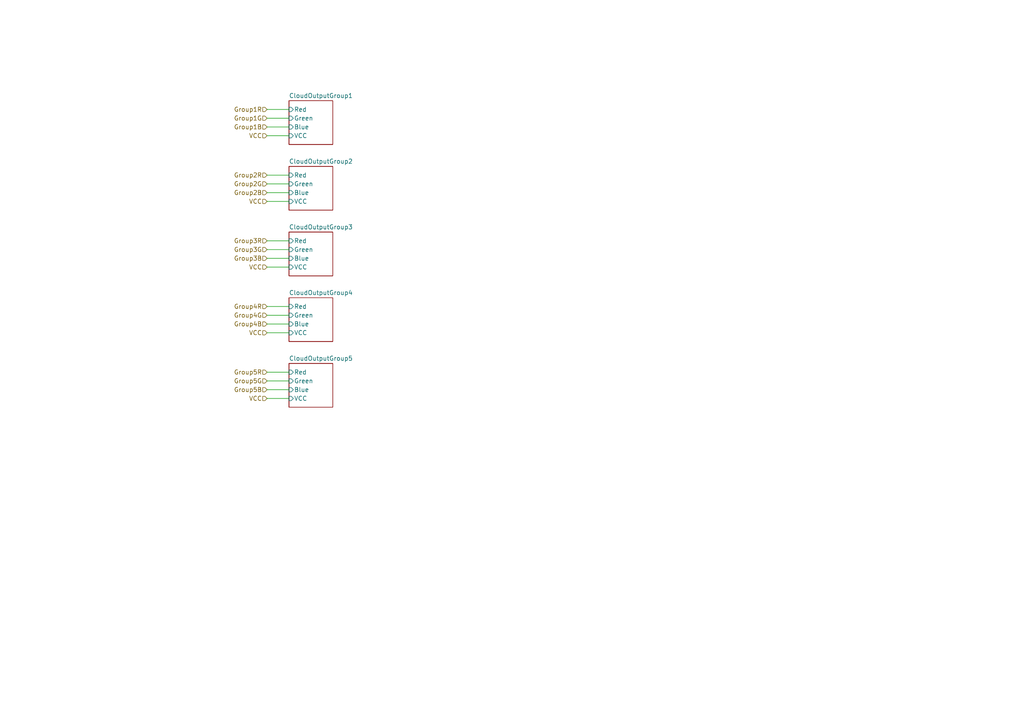
<source format=kicad_sch>
(kicad_sch (version 20230121) (generator eeschema)
  (paper "A4")
  (lib_symbols)
  (wire (pts (xy 77.47 53.34) (xy 83.82 53.34)))
  (wire (pts (xy 77.47 36.83) (xy 83.82 36.83)))
  (wire (pts (xy 77.47 110.49) (xy 83.82 110.49)))
  (wire (pts (xy 77.47 39.37) (xy 83.82 39.37)))
  (wire (pts (xy 77.47 96.52) (xy 83.82 96.52)))
  (wire (pts (xy 77.47 31.75) (xy 83.82 31.75)))
  (wire (pts (xy 77.47 91.44) (xy 83.82 91.44)))
  (wire (pts (xy 77.47 74.93) (xy 83.82 74.93)))
  (wire (pts (xy 77.47 72.39) (xy 83.82 72.39)))
  (wire (pts (xy 77.47 34.29) (xy 83.82 34.29)))
  (wire (pts (xy 77.47 115.57) (xy 83.82 115.57)))
  (wire (pts (xy 77.47 113.03) (xy 83.82 113.03)))
  (wire (pts (xy 77.47 93.98) (xy 83.82 93.98)))
  (wire (pts (xy 77.47 58.42) (xy 83.82 58.42)))
  (wire (pts (xy 77.47 69.85) (xy 83.82 69.85)))
  (wire (pts (xy 77.47 107.95) (xy 83.82 107.95)))
  (wire (pts (xy 77.47 77.47) (xy 83.82 77.47)))
  (wire (pts (xy 77.47 88.9) (xy 83.82 88.9)))
  (wire (pts (xy 77.47 50.8) (xy 83.82 50.8)))
  (wire (pts (xy 77.47 55.88) (xy 83.82 55.88)))
  (hierarchical_label "Group3R" (shape input) (at 77.47 69.85 180))
  (hierarchical_label "Group2B" (shape input) (at 77.47 55.88 180))
  (hierarchical_label "VCC" (shape input) (at 77.47 96.52 180))
  (hierarchical_label "Group2G" (shape input) (at 77.47 53.34 180))
  (hierarchical_label "Group5R" (shape input) (at 77.47 107.95 180))
  (hierarchical_label "Group1B" (shape input) (at 77.47 36.83 180))
  (hierarchical_label "Group3G" (shape input) (at 77.47 72.39 180))
  (hierarchical_label "Group3B" (shape input) (at 77.47 74.93 180))
  (hierarchical_label "Group4B" (shape input) (at 77.47 93.98 180))
  (hierarchical_label "Group4G" (shape input) (at 77.47 91.44 180))
  (hierarchical_label "VCC" (shape input) (at 77.47 115.57 180))
  (hierarchical_label "Group2R" (shape input) (at 77.47 50.8 180))
  (hierarchical_label "Group1R" (shape input) (at 77.47 31.75 180))
  (hierarchical_label "VCC" (shape input) (at 77.47 77.47 180))
  (hierarchical_label "Group5G" (shape input) (at 77.47 110.49 180))
  (hierarchical_label "Group1G" (shape input) (at 77.47 34.29 180))
  (hierarchical_label "VCC" (shape input) (at 77.47 58.42 180))
  (hierarchical_label "Group5B" (shape input) (at 77.47 113.03 180))
  (hierarchical_label "Group4R" (shape input) (at 77.47 88.9 180))
  (hierarchical_label "VCC" (shape input) (at 77.47 39.37 180))
  (sheet (at 83.82 86.36) (size 12.7 12.7) (stroke (width 0.1524))
    (property "Sheetname" "CloudOutputGroup4" (at 83.82 85.6484 0) (effects (justify left bottom)))
    (property "Sheetfile" "CloudOutputGroup1.kicad_sch" (effects hide))
    (pin "Green" input (at 83.82 91.44 180))
    (pin "Red" input (at 83.82 88.9 180))
    (pin "Blue" input (at 83.82 93.98 180))
    (pin "VCC" input (at 83.82 96.52 180))
  )
  (sheet (at 83.82 105.41) (size 12.7 12.7) (stroke (width 0.1524))
    (property "Sheetname" "CloudOutputGroup5" (at 83.82 104.6984 0) (effects (justify left bottom)))
    (property "Sheetfile" "CloudOutputGroup1.kicad_sch" (effects hide))
    (pin "Green" input (at 83.82 110.49 180))
    (pin "Red" input (at 83.82 107.95 180))
    (pin "Blue" input (at 83.82 113.03 180))
    (pin "VCC" input (at 83.82 115.57 180))
  )
  (sheet (at 83.82 67.31) (size 12.7 12.7) (stroke (width 0.1524))
    (property "Sheetname" "CloudOutputGroup3" (at 83.82 66.5984 0) (effects (justify left bottom)))
    (property "Sheetfile" "CloudOutputGroup1.kicad_sch" (effects hide))
    (pin "Green" input (at 83.82 72.39 180))
    (pin "Red" input (at 83.82 69.85 180))
    (pin "Blue" input (at 83.82 74.93 180))
    (pin "VCC" input (at 83.82 77.47 180))
  )
  (sheet (at 83.82 29.21) (size 12.7 12.7) (stroke (width 0.1524))
    (property "Sheetname" "CloudOutputGroup1" (at 83.82 28.4984 0) (effects (justify left bottom)))
    (property "Sheetfile" "CloudOutputGroup1.kicad_sch" (effects hide))
    (pin "Green" input (at 83.82 34.29 180))
    (pin "Red" input (at 83.82 31.75 180))
    (pin "Blue" input (at 83.82 36.83 180))
    (pin "VCC" input (at 83.82 39.37 180))
  )
  (sheet (at 83.82 48.26) (size 12.7 12.7) (stroke (width 0.1524))
    (property "Sheetname" "CloudOutputGroup2" (at 83.82 47.5484 0) (effects (justify left bottom)))
    (property "Sheetfile" "CloudOutputGroup1.kicad_sch" (effects hide))
    (pin "Green" input (at 83.82 53.34 180))
    (pin "Red" input (at 83.82 50.8 180))
    (pin "Blue" input (at 83.82 55.88 180))
    (pin "VCC" input (at 83.82 58.42 180))
  )
)
</source>
